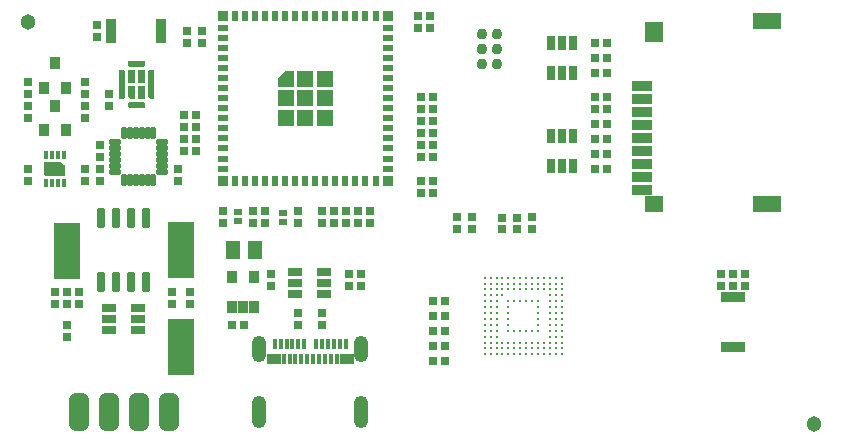
<source format=gts>
G04*
G04 #@! TF.GenerationSoftware,Altium Limited,Altium Designer,22.9.1 (49)*
G04*
G04 Layer_Color=8388736*
%FSLAX44Y44*%
%MOMM*%
G71*
G04*
G04 #@! TF.SameCoordinates,E336FFB1-1865-4BEF-82AD-0346AAED6B04*
G04*
G04*
G04 #@! TF.FilePolarity,Negative*
G04*
G01*
G75*
%ADD44R,2.2860X4.8260*%
%ADD45C,0.1880*%
%ADD46R,2.3500X1.3500*%
%ADD47R,1.6500X1.7500*%
%ADD48R,1.6500X1.3500*%
%ADD49R,1.7500X0.8500*%
%ADD50R,1.1500X0.8500*%
%ADD51R,0.4500X0.8500*%
%ADD52R,1.1500X1.5500*%
%ADD53R,0.9500X2.1500*%
%ADD54R,2.1500X0.9500*%
G04:AMPARAMS|DCode=55|XSize=1.65mm|YSize=3.15mm|CornerRadius=0.45mm|HoleSize=0mm|Usage=FLASHONLY|Rotation=180.000|XOffset=0mm|YOffset=0mm|HoleType=Round|Shape=RoundedRectangle|*
%AMROUNDEDRECTD55*
21,1,1.6500,2.2500,0,0,180.0*
21,1,0.7500,3.1500,0,0,180.0*
1,1,0.9000,-0.3750,1.1250*
1,1,0.9000,0.3750,1.1250*
1,1,0.9000,0.3750,-1.1250*
1,1,0.9000,-0.3750,-1.1250*
%
%ADD55ROUNDEDRECTD55*%
%ADD56C,0.9370*%
%ADD57R,0.8500X1.0500*%
%ADD58R,1.2500X0.7500*%
%ADD59R,0.7500X1.2500*%
%ADD60R,1.3500X1.3500*%
%ADD61R,0.9500X0.5500*%
%ADD62R,0.9500X0.5500*%
%ADD63R,0.5500X0.9500*%
%ADD64R,0.9500X0.9500*%
G04:AMPARAMS|DCode=65|XSize=1.7mm|YSize=0.75mm|CornerRadius=0.15mm|HoleSize=0mm|Usage=FLASHONLY|Rotation=270.000|XOffset=0mm|YOffset=0mm|HoleType=Round|Shape=RoundedRectangle|*
%AMROUNDEDRECTD65*
21,1,1.7000,0.4500,0,0,270.0*
21,1,1.4000,0.7500,0,0,270.0*
1,1,0.3000,-0.2250,-0.7000*
1,1,0.3000,-0.2250,0.7000*
1,1,0.3000,0.2250,0.7000*
1,1,0.3000,0.2250,-0.7000*
%
%ADD65ROUNDEDRECTD65*%
%ADD66R,0.7500X0.5500*%
G04:AMPARAMS|DCode=67|XSize=0.5mm|YSize=1mm|CornerRadius=0.1188mm|HoleSize=0mm|Usage=FLASHONLY|Rotation=90.000|XOffset=0mm|YOffset=0mm|HoleType=Round|Shape=RoundedRectangle|*
%AMROUNDEDRECTD67*
21,1,0.5000,0.7625,0,0,90.0*
21,1,0.2625,1.0000,0,0,90.0*
1,1,0.2375,0.3813,0.1313*
1,1,0.2375,0.3813,-0.1313*
1,1,0.2375,-0.3813,-0.1313*
1,1,0.2375,-0.3813,0.1313*
%
%ADD67ROUNDEDRECTD67*%
G04:AMPARAMS|DCode=68|XSize=0.5mm|YSize=1mm|CornerRadius=0.1188mm|HoleSize=0mm|Usage=FLASHONLY|Rotation=0.000|XOffset=0mm|YOffset=0mm|HoleType=Round|Shape=RoundedRectangle|*
%AMROUNDEDRECTD68*
21,1,0.5000,0.7625,0,0,0.0*
21,1,0.2625,1.0000,0,0,0.0*
1,1,0.2375,0.1313,-0.3813*
1,1,0.2375,-0.1313,-0.3813*
1,1,0.2375,-0.1313,0.3813*
1,1,0.2375,0.1313,0.3813*
%
%ADD68ROUNDEDRECTD68*%
%ADD69R,0.8400X1.1400*%
%ADD70R,0.9500X1.0500*%
%ADD71R,0.4000X0.7000*%
%ADD72R,0.7500X0.6500*%
%ADD73R,0.6500X0.7500*%
%ADD74R,0.6500X0.6500*%
%ADD75R,0.6500X0.6500*%
G04:AMPARAMS|DCode=76|XSize=1.25mm|YSize=2.25mm|CornerRadius=0.625mm|HoleSize=0mm|Usage=FLASHONLY|Rotation=0.000|XOffset=0mm|YOffset=0mm|HoleType=Round|Shape=RoundedRectangle|*
%AMROUNDEDRECTD76*
21,1,1.2500,1.0000,0,0,0.0*
21,1,0.0000,2.2500,0,0,0.0*
1,1,1.2500,0.0000,-0.5000*
1,1,1.2500,0.0000,-0.5000*
1,1,1.2500,0.0000,0.5000*
1,1,1.2500,0.0000,0.5000*
%
%ADD76ROUNDEDRECTD76*%
G04:AMPARAMS|DCode=77|XSize=1.25mm|YSize=2.75mm|CornerRadius=0.625mm|HoleSize=0mm|Usage=FLASHONLY|Rotation=0.000|XOffset=0mm|YOffset=0mm|HoleType=Round|Shape=RoundedRectangle|*
%AMROUNDEDRECTD77*
21,1,1.2500,1.5000,0,0,0.0*
21,1,0.0000,2.7500,0,0,0.0*
1,1,1.2500,0.0000,-0.7500*
1,1,1.2500,0.0000,-0.7500*
1,1,1.2500,0.0000,0.7500*
1,1,1.2500,0.0000,0.7500*
%
%ADD77ROUNDEDRECTD77*%
%ADD78C,1.3020*%
G36*
X118092Y293013D02*
X118105Y293014D01*
X118150Y293008D01*
X118197Y293005D01*
X118210Y293002D01*
X118222Y293000D01*
X118266Y292988D01*
X118312Y292977D01*
X118324Y292972D01*
X118336Y292969D01*
X118378Y292950D01*
X118421Y292932D01*
X118432Y292925D01*
X118443Y292920D01*
X118482Y292894D01*
X118521Y292870D01*
X118531Y292862D01*
X118542Y292855D01*
X118576Y292824D01*
X118611Y292794D01*
X119622Y291783D01*
X119699Y291693D01*
X119760Y291592D01*
X119774Y291560D01*
X119805Y291483D01*
X119833Y291369D01*
X119842Y291251D01*
Y288740D01*
X119833Y288622D01*
X119805Y288507D01*
X119760Y288398D01*
X119699Y288298D01*
X119622Y288208D01*
X119532Y288131D01*
X119432Y288070D01*
X119323Y288025D01*
X119208Y287997D01*
X119090Y287988D01*
X106090D01*
X105972Y287997D01*
X105857Y288025D01*
X105748Y288070D01*
X105648Y288131D01*
X105558Y288208D01*
X105481Y288298D01*
X105420Y288398D01*
X105374Y288507D01*
X105347Y288622D01*
X105338Y288740D01*
Y291257D01*
X105342Y291313D01*
X105346Y291369D01*
X105347Y291372D01*
X105347Y291375D01*
X105360Y291428D01*
X105373Y291484D01*
X105374Y291487D01*
X105374Y291490D01*
X105396Y291542D01*
X105417Y291593D01*
X105418Y291596D01*
X105420Y291599D01*
X105450Y291648D01*
X105478Y291695D01*
X105480Y291697D01*
X105481Y291700D01*
X105519Y291743D01*
X105554Y291785D01*
X106521Y292768D01*
X106523Y292770D01*
X106525Y292772D01*
X106568Y292808D01*
X106610Y292845D01*
X106613Y292847D01*
X106615Y292849D01*
X106664Y292879D01*
X106710Y292908D01*
X106713Y292909D01*
X106716Y292910D01*
X106767Y292932D01*
X106819Y292954D01*
X106822Y292954D01*
X106825Y292955D01*
X106877Y292968D01*
X106933Y292982D01*
X106937Y292982D01*
X106939Y292983D01*
X106995Y292987D01*
X107051Y292992D01*
X107054Y292992D01*
X107057Y292992D01*
X117908D01*
X117916Y292994D01*
X117961Y293005D01*
X117975Y293006D01*
X117987Y293008D01*
X118032Y293010D01*
X118079Y293014D01*
X118092Y293013D01*
D02*
G37*
G36*
X48313Y241968D02*
X48367Y241965D01*
X48372Y241964D01*
X48378Y241963D01*
X48428Y241951D01*
X48482Y241939D01*
X48487Y241937D01*
X48492Y241936D01*
X48542Y241915D01*
X48592Y241895D01*
X48596Y241893D01*
X48602Y241890D01*
X48648Y241862D01*
X48693Y241835D01*
X48698Y241831D01*
X48702Y241829D01*
X48743Y241793D01*
X48784Y241760D01*
X51392Y239226D01*
X51413Y239221D01*
X51522Y239176D01*
X51622Y239115D01*
X51712Y239038D01*
X51789Y238948D01*
X51850Y238848D01*
X51895Y238738D01*
X51923Y238624D01*
X51932Y238506D01*
Y231220D01*
X51923Y231102D01*
X51895Y230987D01*
X51850Y230878D01*
X51789Y230778D01*
X51712Y230688D01*
X51622Y230611D01*
X51522Y230550D01*
X51413Y230504D01*
X51298Y230477D01*
X51180Y230468D01*
X35180D01*
X35062Y230477D01*
X34948Y230504D01*
X34838Y230550D01*
X34738Y230611D01*
X34648Y230688D01*
X34571Y230778D01*
X34510Y230878D01*
X34464Y230987D01*
X34437Y231102D01*
X34428Y231220D01*
Y241220D01*
X34437Y241338D01*
X34464Y241453D01*
X34510Y241562D01*
X34571Y241662D01*
X34648Y241752D01*
X34738Y241829D01*
X34838Y241890D01*
X34948Y241936D01*
X35062Y241963D01*
X35180Y241972D01*
X48260D01*
X48313Y241968D01*
D02*
G37*
G36*
X159978Y191083D02*
X160093Y191056D01*
X160202Y191010D01*
X160302Y190949D01*
X160392Y190872D01*
X160469Y190782D01*
X160530Y190682D01*
X160576Y190572D01*
X160603Y190458D01*
X160612Y190340D01*
Y170340D01*
X160603Y170222D01*
X160576Y170107D01*
X160557Y170062D01*
X160530Y169998D01*
X160469Y169898D01*
X160392Y169808D01*
X160302Y169731D01*
X160202Y169670D01*
X160138Y169643D01*
X160093Y169625D01*
X159978Y169597D01*
X159860Y169588D01*
X159742Y169597D01*
X159628Y169625D01*
X159573Y169647D01*
X159518Y169670D01*
X159418Y169731D01*
X159328Y169808D01*
X149860Y179276D01*
X140392Y169808D01*
X140302Y169731D01*
X140202Y169670D01*
X140170Y169656D01*
X140092Y169625D01*
X139978Y169597D01*
X139860Y169588D01*
X139742Y169597D01*
X139628Y169625D01*
X139550Y169656D01*
X139518Y169670D01*
X139418Y169731D01*
X139328Y169808D01*
X139251Y169898D01*
X139190Y169998D01*
X139176Y170030D01*
X139144Y170107D01*
X139117Y170222D01*
X139108Y170340D01*
Y190340D01*
X139117Y190458D01*
X139144Y190572D01*
X139190Y190682D01*
X139251Y190782D01*
X139328Y190872D01*
X139418Y190949D01*
X139518Y191010D01*
X139628Y191056D01*
X139742Y191083D01*
X139860Y191092D01*
X159860D01*
X159978Y191083D01*
D02*
G37*
G36*
X63458Y189813D02*
X63573Y189785D01*
X63682Y189740D01*
X63782Y189679D01*
X63872Y189602D01*
X63949Y189512D01*
X64010Y189412D01*
X64056Y189303D01*
X64083Y189188D01*
X64092Y189070D01*
Y169070D01*
X64083Y168952D01*
X64056Y168838D01*
X64037Y168792D01*
X64010Y168728D01*
X63949Y168628D01*
X63872Y168538D01*
X63782Y168461D01*
X63682Y168400D01*
X63618Y168373D01*
X63573Y168354D01*
X63458Y168327D01*
X63340Y168318D01*
X63222Y168327D01*
X63108Y168354D01*
X63053Y168377D01*
X62998Y168400D01*
X62898Y168461D01*
X62808Y168538D01*
X53340Y178006D01*
X43872Y168538D01*
X43782Y168461D01*
X43682Y168400D01*
X43650Y168386D01*
X43573Y168354D01*
X43458Y168327D01*
X43340Y168318D01*
X43222Y168327D01*
X43108Y168354D01*
X43030Y168386D01*
X42998Y168400D01*
X42898Y168461D01*
X42808Y168538D01*
X42731Y168628D01*
X42670Y168728D01*
X42656Y168760D01*
X42625Y168838D01*
X42597Y168952D01*
X42588Y169070D01*
Y189070D01*
X42597Y189188D01*
X42625Y189303D01*
X42670Y189412D01*
X42731Y189512D01*
X42808Y189602D01*
X42898Y189679D01*
X42998Y189740D01*
X43108Y189785D01*
X43222Y189813D01*
X43340Y189822D01*
X63340D01*
X63458Y189813D01*
D02*
G37*
G36*
X149866Y176012D02*
X149872Y176012D01*
X149926Y176007D01*
X149978Y176003D01*
X149983Y176002D01*
X149989Y176001D01*
X150041Y175988D01*
X150092Y175975D01*
X150098Y175973D01*
X150104Y175972D01*
X150153Y175950D01*
X150202Y175930D01*
X150206Y175927D01*
X150212Y175925D01*
X150258Y175896D01*
X150302Y175869D01*
X150307Y175865D01*
X150312Y175862D01*
X150352Y175826D01*
X150392Y175792D01*
X150396Y175787D01*
X150400Y175784D01*
X160400Y165464D01*
X160434Y165423D01*
X160469Y165382D01*
X160472Y165377D01*
X160476Y165373D01*
X160502Y165328D01*
X160530Y165282D01*
X160533Y165276D01*
X160536Y165271D01*
X160555Y165221D01*
X160576Y165173D01*
X160577Y165167D01*
X160579Y165161D01*
X160591Y165108D01*
X160603Y165058D01*
X160604Y165052D01*
X160605Y165046D01*
X160608Y164992D01*
X160612Y164940D01*
Y144940D01*
X160603Y144822D01*
X160576Y144707D01*
X160530Y144598D01*
X160469Y144498D01*
X160392Y144408D01*
X160302Y144331D01*
X160202Y144270D01*
X160093Y144225D01*
X159978Y144197D01*
X159860Y144188D01*
X139860D01*
X139742Y144197D01*
X139628Y144225D01*
X139518Y144270D01*
X139418Y144331D01*
X139328Y144408D01*
X139251Y144498D01*
X139190Y144598D01*
X139144Y144707D01*
X139117Y144822D01*
X139108Y144940D01*
Y165260D01*
X139117Y165378D01*
X139144Y165492D01*
X139176Y165570D01*
X139190Y165602D01*
X139251Y165702D01*
X139328Y165792D01*
X149328Y175792D01*
X149333Y175796D01*
X149337Y175800D01*
X149377Y175834D01*
X149418Y175869D01*
X149423Y175872D01*
X149427Y175875D01*
X149473Y175902D01*
X149518Y175930D01*
X149524Y175933D01*
X149529Y175936D01*
X149578Y175955D01*
X149628Y175975D01*
X149633Y175977D01*
X149639Y175979D01*
X149691Y175991D01*
X149742Y176003D01*
X149748Y176003D01*
X149754Y176005D01*
X149808Y176008D01*
X149860Y176012D01*
X149866Y176012D01*
D02*
G37*
G36*
X53346Y174742D02*
X53352Y174742D01*
X53406Y174737D01*
X53458Y174733D01*
X53463Y174732D01*
X53469Y174731D01*
X53521Y174718D01*
X53573Y174706D01*
X53578Y174703D01*
X53584Y174702D01*
X53633Y174680D01*
X53682Y174660D01*
X53686Y174657D01*
X53692Y174655D01*
X53738Y174626D01*
X53782Y174599D01*
X53787Y174595D01*
X53792Y174592D01*
X53832Y174557D01*
X53872Y174522D01*
X53876Y174517D01*
X53880Y174513D01*
X63880Y164193D01*
X63914Y164153D01*
X63949Y164112D01*
X63952Y164107D01*
X63955Y164103D01*
X63982Y164058D01*
X64010Y164012D01*
X64013Y164006D01*
X64016Y164001D01*
X64035Y163951D01*
X64056Y163902D01*
X64057Y163897D01*
X64059Y163891D01*
X64071Y163838D01*
X64083Y163788D01*
X64083Y163782D01*
X64085Y163776D01*
X64088Y163722D01*
X64092Y163670D01*
Y143670D01*
X64083Y143552D01*
X64056Y143438D01*
X64010Y143328D01*
X63949Y143228D01*
X63872Y143138D01*
X63782Y143061D01*
X63682Y143000D01*
X63573Y142955D01*
X63458Y142927D01*
X63340Y142918D01*
X43340D01*
X43222Y142927D01*
X43108Y142955D01*
X42998Y143000D01*
X42898Y143061D01*
X42808Y143138D01*
X42731Y143228D01*
X42670Y143328D01*
X42625Y143438D01*
X42597Y143552D01*
X42588Y143670D01*
Y163990D01*
X42597Y164108D01*
X42625Y164223D01*
X42656Y164300D01*
X42670Y164331D01*
X42731Y164432D01*
X42808Y164522D01*
X52808Y174522D01*
X52813Y174526D01*
X52817Y174530D01*
X52857Y174564D01*
X52898Y174599D01*
X52903Y174602D01*
X52907Y174606D01*
X52953Y174632D01*
X52998Y174660D01*
X53004Y174663D01*
X53009Y174666D01*
X53058Y174685D01*
X53108Y174706D01*
X53113Y174707D01*
X53119Y174709D01*
X53171Y174721D01*
X53222Y174733D01*
X53228Y174734D01*
X53234Y174735D01*
X53288Y174738D01*
X53340Y174742D01*
X53346Y174742D01*
D02*
G37*
G36*
X159978Y108533D02*
X160093Y108505D01*
X160202Y108460D01*
X160302Y108399D01*
X160392Y108322D01*
X160469Y108232D01*
X160530Y108132D01*
X160576Y108022D01*
X160603Y107908D01*
X160612Y107790D01*
Y87790D01*
X160603Y87672D01*
X160576Y87557D01*
X160557Y87512D01*
X160530Y87448D01*
X160469Y87348D01*
X160392Y87258D01*
X160302Y87181D01*
X160202Y87120D01*
X160138Y87093D01*
X160093Y87074D01*
X159978Y87047D01*
X159860Y87038D01*
X159742Y87047D01*
X159628Y87074D01*
X159573Y87097D01*
X159518Y87120D01*
X159418Y87181D01*
X159328Y87258D01*
X149860Y96726D01*
X140392Y87258D01*
X140302Y87181D01*
X140202Y87120D01*
X140170Y87106D01*
X140092Y87074D01*
X139978Y87047D01*
X139860Y87038D01*
X139742Y87047D01*
X139628Y87074D01*
X139550Y87106D01*
X139518Y87120D01*
X139418Y87181D01*
X139328Y87258D01*
X139251Y87348D01*
X139190Y87448D01*
X139176Y87480D01*
X139144Y87557D01*
X139117Y87672D01*
X139108Y87790D01*
Y107790D01*
X139117Y107908D01*
X139144Y108022D01*
X139190Y108132D01*
X139251Y108232D01*
X139328Y108322D01*
X139418Y108399D01*
X139518Y108460D01*
X139628Y108505D01*
X139742Y108533D01*
X139860Y108542D01*
X159860D01*
X159978Y108533D01*
D02*
G37*
G36*
X149866Y93462D02*
X149872Y93462D01*
X149926Y93457D01*
X149978Y93453D01*
X149983Y93452D01*
X149989Y93451D01*
X150041Y93438D01*
X150092Y93426D01*
X150098Y93423D01*
X150104Y93422D01*
X150153Y93400D01*
X150202Y93380D01*
X150206Y93377D01*
X150212Y93375D01*
X150258Y93346D01*
X150302Y93319D01*
X150307Y93315D01*
X150312Y93312D01*
X150352Y93277D01*
X150392Y93242D01*
X150396Y93237D01*
X150400Y93233D01*
X160400Y82914D01*
X160434Y82873D01*
X160469Y82832D01*
X160472Y82827D01*
X160476Y82823D01*
X160502Y82778D01*
X160530Y82732D01*
X160533Y82726D01*
X160536Y82721D01*
X160555Y82671D01*
X160576Y82622D01*
X160577Y82617D01*
X160579Y82611D01*
X160591Y82558D01*
X160603Y82508D01*
X160604Y82502D01*
X160605Y82496D01*
X160608Y82442D01*
X160612Y82390D01*
Y62390D01*
X160603Y62272D01*
X160576Y62158D01*
X160530Y62048D01*
X160469Y61948D01*
X160392Y61858D01*
X160302Y61781D01*
X160202Y61720D01*
X160093Y61674D01*
X159978Y61647D01*
X159860Y61638D01*
X139860D01*
X139742Y61647D01*
X139628Y61674D01*
X139518Y61720D01*
X139418Y61781D01*
X139328Y61858D01*
X139251Y61948D01*
X139190Y62048D01*
X139144Y62158D01*
X139117Y62272D01*
X139108Y62390D01*
Y82710D01*
X139117Y82828D01*
X139144Y82942D01*
X139176Y83020D01*
X139190Y83052D01*
X139251Y83152D01*
X139328Y83242D01*
X149328Y93242D01*
X149333Y93246D01*
X149337Y93250D01*
X149377Y93284D01*
X149418Y93319D01*
X149423Y93322D01*
X149427Y93326D01*
X149473Y93352D01*
X149518Y93380D01*
X149524Y93383D01*
X149529Y93386D01*
X149578Y93405D01*
X149628Y93426D01*
X149633Y93427D01*
X149639Y93429D01*
X149691Y93441D01*
X149742Y93453D01*
X149748Y93454D01*
X149754Y93455D01*
X149808Y93458D01*
X149860Y93462D01*
X149866Y93462D01*
D02*
G37*
G36*
X119208Y327483D02*
X119323Y327455D01*
X119432Y327410D01*
X119532Y327349D01*
X119622Y327272D01*
X119699Y327182D01*
X119760Y327082D01*
X119805Y326973D01*
X119833Y326858D01*
X119842Y326740D01*
Y324229D01*
X119833Y324112D01*
X119805Y323997D01*
X119774Y323920D01*
X119760Y323888D01*
X119699Y323787D01*
X119622Y323697D01*
X118611Y322686D01*
X118576Y322656D01*
X118542Y322625D01*
X118531Y322618D01*
X118521Y322610D01*
X118482Y322585D01*
X118443Y322560D01*
X118432Y322555D01*
X118421Y322548D01*
X118378Y322530D01*
X118336Y322511D01*
X118324Y322508D01*
X118312Y322503D01*
X118266Y322492D01*
X118222Y322480D01*
X118210Y322478D01*
X118197Y322475D01*
X118150Y322472D01*
X118105Y322466D01*
X118092Y322467D01*
X118079Y322466D01*
X118032Y322470D01*
X117987Y322472D01*
X117975Y322474D01*
X117961Y322475D01*
X117916Y322486D01*
X117908Y322488D01*
X107057D01*
X107054Y322488D01*
X107051Y322488D01*
X106995Y322492D01*
X106939Y322497D01*
X106937Y322498D01*
X106933Y322498D01*
X106877Y322512D01*
X106825Y322524D01*
X106822Y322526D01*
X106819Y322526D01*
X106767Y322548D01*
X106716Y322570D01*
X106713Y322571D01*
X106710Y322572D01*
X106664Y322601D01*
X106615Y322631D01*
X106613Y322633D01*
X106610Y322635D01*
X106568Y322672D01*
X106525Y322708D01*
X106523Y322710D01*
X106521Y322712D01*
X105554Y323695D01*
X105519Y323737D01*
X105481Y323781D01*
X105480Y323783D01*
X105478Y323785D01*
X105450Y323832D01*
X105420Y323881D01*
X105418Y323884D01*
X105417Y323887D01*
X105396Y323938D01*
X105374Y323990D01*
X105374Y323993D01*
X105373Y323996D01*
X105360Y324052D01*
X105347Y324105D01*
X105347Y324108D01*
X105346Y324111D01*
X105342Y324166D01*
X105338Y324223D01*
Y326740D01*
X105347Y326858D01*
X105374Y326973D01*
X105420Y327082D01*
X105481Y327182D01*
X105558Y327272D01*
X105648Y327349D01*
X105748Y327410D01*
X105857Y327455D01*
X105972Y327483D01*
X106090Y327492D01*
X119090D01*
X119208Y327483D01*
D02*
G37*
G36*
Y319983D02*
X119323Y319956D01*
X119432Y319910D01*
X119532Y319849D01*
X119622Y319772D01*
X119699Y319682D01*
X119760Y319582D01*
X119805Y319473D01*
X119833Y319358D01*
X119842Y319240D01*
Y309740D01*
X119833Y309622D01*
X119805Y309508D01*
X119760Y309398D01*
X119699Y309298D01*
X119622Y309208D01*
X119532Y309131D01*
X119432Y309070D01*
X119323Y309025D01*
X119208Y308997D01*
X119090Y308988D01*
X114590D01*
X114472Y308997D01*
X114358Y309025D01*
X114248Y309070D01*
X114148Y309131D01*
X114058Y309208D01*
X113981Y309298D01*
X113920Y309398D01*
X113875Y309508D01*
X113847Y309622D01*
X113838Y309740D01*
Y319240D01*
X113847Y319358D01*
X113875Y319473D01*
X113920Y319582D01*
X113981Y319682D01*
X114058Y319772D01*
X114148Y319849D01*
X114248Y319910D01*
X114358Y319956D01*
X114472Y319983D01*
X114590Y319992D01*
X119090D01*
X119208Y319983D01*
D02*
G37*
G36*
X110708D02*
X110822Y319956D01*
X110932Y319910D01*
X111032Y319849D01*
X111122Y319772D01*
X111199Y319682D01*
X111260Y319582D01*
X111306Y319473D01*
X111333Y319358D01*
X111342Y319240D01*
Y309740D01*
X111333Y309622D01*
X111306Y309508D01*
X111260Y309398D01*
X111199Y309298D01*
X111122Y309208D01*
X111032Y309131D01*
X110932Y309070D01*
X110822Y309025D01*
X110708Y308997D01*
X110590Y308988D01*
X106090D01*
X105972Y308997D01*
X105857Y309025D01*
X105748Y309070D01*
X105648Y309131D01*
X105558Y309208D01*
X105481Y309298D01*
X105420Y309398D01*
X105374Y309508D01*
X105347Y309622D01*
X105338Y309740D01*
Y319240D01*
X105347Y319358D01*
X105374Y319473D01*
X105420Y319582D01*
X105481Y319682D01*
X105558Y319772D01*
X105648Y319849D01*
X105748Y319910D01*
X105857Y319956D01*
X105972Y319983D01*
X106090Y319992D01*
X110590D01*
X110708Y319983D01*
D02*
G37*
G36*
X244898Y319143D02*
X245012Y319116D01*
X245122Y319070D01*
X245222Y319009D01*
X245312Y318932D01*
X245389Y318842D01*
X245450Y318742D01*
X245495Y318633D01*
X245523Y318518D01*
X245532Y318400D01*
Y306400D01*
X245523Y306282D01*
X245495Y306168D01*
X245450Y306058D01*
X245389Y305958D01*
X245312Y305868D01*
X245222Y305791D01*
X245122Y305730D01*
X245012Y305685D01*
X244898Y305657D01*
X244780Y305648D01*
X232780D01*
X232662Y305657D01*
X232547Y305685D01*
X232438Y305730D01*
X232338Y305791D01*
X232248Y305868D01*
X232171Y305958D01*
X232110Y306058D01*
X232064Y306168D01*
X232037Y306282D01*
X232028Y306400D01*
Y312410D01*
X232037Y312528D01*
X232064Y312642D01*
X232096Y312720D01*
X232110Y312752D01*
X232171Y312852D01*
X232248Y312942D01*
X238238Y318932D01*
X238328Y319009D01*
X238428Y319070D01*
X238460Y319084D01*
X238538Y319116D01*
X238652Y319143D01*
X238770Y319152D01*
X244780D01*
X244898Y319143D01*
D02*
G37*
G36*
X126708Y319983D02*
X126823Y319956D01*
X126931Y319910D01*
X127032Y319849D01*
X127122Y319772D01*
X127199Y319682D01*
X127260Y319582D01*
X127305Y319473D01*
X127333Y319358D01*
X127342Y319240D01*
Y296240D01*
X127333Y296122D01*
X127305Y296007D01*
X127260Y295898D01*
X127199Y295798D01*
X127122Y295708D01*
X127032Y295631D01*
X126931Y295570D01*
X126823Y295525D01*
X126708Y295497D01*
X126590Y295488D01*
X124106D01*
X123988Y295497D01*
X123873Y295525D01*
X123796Y295556D01*
X123764Y295570D01*
X123664Y295631D01*
X123574Y295708D01*
X122638Y296644D01*
X122558Y296712D01*
X122481Y296802D01*
X122420Y296903D01*
X122374Y297012D01*
X122347Y297127D01*
X122338Y297244D01*
Y318206D01*
X122338Y318208D01*
X122338Y318210D01*
X122343Y318269D01*
X122347Y318324D01*
X122347Y318326D01*
X122347Y318327D01*
X122362Y318387D01*
X122374Y318439D01*
X122375Y318440D01*
X122375Y318442D01*
X122398Y318495D01*
X122420Y318548D01*
X122421Y318549D01*
X122421Y318551D01*
X122449Y318595D01*
X122481Y318648D01*
X122483Y318650D01*
X122483Y318651D01*
X122519Y318692D01*
X122558Y318738D01*
X122559Y318739D01*
X122560Y318741D01*
X123479Y319652D01*
X123498Y319682D01*
X123575Y319772D01*
X123664Y319849D01*
X123765Y319910D01*
X123874Y319956D01*
X123989Y319983D01*
X124107Y319992D01*
X126590D01*
X126708Y319983D01*
D02*
G37*
G36*
X119208Y306483D02*
X119323Y306455D01*
X119432Y306410D01*
X119532Y306349D01*
X119622Y306272D01*
X119699Y306182D01*
X119760Y306082D01*
X119805Y305972D01*
X119833Y305858D01*
X119842Y305740D01*
Y296240D01*
X119833Y296122D01*
X119805Y296007D01*
X119760Y295898D01*
X119699Y295798D01*
X119622Y295708D01*
X119532Y295631D01*
X119432Y295570D01*
X119323Y295525D01*
X119208Y295497D01*
X119090Y295488D01*
X114590D01*
X114472Y295497D01*
X114358Y295525D01*
X114248Y295570D01*
X114148Y295631D01*
X114058Y295708D01*
X113981Y295798D01*
X113920Y295898D01*
X113875Y296007D01*
X113847Y296122D01*
X113838Y296240D01*
Y305740D01*
X113847Y305858D01*
X113875Y305972D01*
X113920Y306082D01*
X113981Y306182D01*
X114058Y306272D01*
X114148Y306349D01*
X114248Y306410D01*
X114358Y306455D01*
X114472Y306483D01*
X114590Y306492D01*
X119090D01*
X119208Y306483D01*
D02*
G37*
G36*
X110708D02*
X110822Y306455D01*
X110932Y306410D01*
X111032Y306349D01*
X111122Y306272D01*
X111199Y306182D01*
X111260Y306082D01*
X111306Y305972D01*
X111333Y305858D01*
X111342Y305740D01*
Y296240D01*
X111333Y296122D01*
X111306Y296007D01*
X111260Y295898D01*
X111199Y295798D01*
X111122Y295708D01*
X111032Y295631D01*
X110932Y295570D01*
X110822Y295525D01*
X110708Y295497D01*
X110590Y295488D01*
X107510D01*
X107501Y295488D01*
X107492Y295488D01*
X107442Y295493D01*
X107392Y295497D01*
X107383Y295499D01*
X107374Y295500D01*
X107326Y295513D01*
X107277Y295525D01*
X107269Y295528D01*
X107260Y295530D01*
X107215Y295550D01*
X107168Y295570D01*
X107161Y295574D01*
X107152Y295578D01*
X107111Y295605D01*
X107068Y295631D01*
X107061Y295637D01*
X107053Y295642D01*
X107016Y295675D01*
X106978Y295708D01*
X106972Y295715D01*
X106965Y295721D01*
X105545Y297211D01*
X105514Y297249D01*
X105481Y297288D01*
X105477Y297296D01*
X105471Y297303D01*
X105446Y297345D01*
X105420Y297388D01*
X105416Y297397D01*
X105412Y297405D01*
X105394Y297451D01*
X105374Y297498D01*
X105372Y297506D01*
X105369Y297515D01*
X105358Y297564D01*
X105347Y297612D01*
X105346Y297621D01*
X105344Y297630D01*
X105342Y297680D01*
X105338Y297730D01*
Y305740D01*
X105347Y305858D01*
X105374Y305972D01*
X105420Y306082D01*
X105481Y306182D01*
X105558Y306272D01*
X105648Y306349D01*
X105748Y306410D01*
X105857Y306455D01*
X105972Y306483D01*
X106090Y306492D01*
X110590D01*
X110708Y306483D01*
D02*
G37*
G36*
X101191Y319983D02*
X101306Y319956D01*
X101415Y319910D01*
X101516Y319849D01*
X101605Y319772D01*
X101682Y319682D01*
X101701Y319652D01*
X102620Y318741D01*
X102621Y318739D01*
X102622Y318738D01*
X102661Y318692D01*
X102697Y318651D01*
X102697Y318650D01*
X102699Y318648D01*
X102731Y318595D01*
X102759Y318551D01*
X102759Y318549D01*
X102760Y318548D01*
X102782Y318495D01*
X102804Y318442D01*
X102805Y318440D01*
X102806Y318439D01*
X102818Y318387D01*
X102833Y318327D01*
X102833Y318326D01*
X102833Y318324D01*
X102837Y318269D01*
X102842Y318210D01*
X102842Y318208D01*
X102842Y318206D01*
Y297244D01*
X102833Y297127D01*
X102806Y297012D01*
X102760Y296903D01*
X102699Y296802D01*
X102622Y296712D01*
X102542Y296644D01*
X101606Y295708D01*
X101516Y295631D01*
X101416Y295570D01*
X101384Y295556D01*
X101307Y295525D01*
X101192Y295497D01*
X101074Y295488D01*
X98590D01*
X98472Y295497D01*
X98357Y295525D01*
X98248Y295570D01*
X98148Y295631D01*
X98058Y295708D01*
X97981Y295798D01*
X97920Y295898D01*
X97874Y296007D01*
X97847Y296122D01*
X97838Y296240D01*
Y319240D01*
X97847Y319358D01*
X97874Y319473D01*
X97920Y319582D01*
X97981Y319682D01*
X98058Y319772D01*
X98148Y319849D01*
X98248Y319910D01*
X98357Y319956D01*
X98472Y319983D01*
X98590Y319992D01*
X101073D01*
X101191Y319983D01*
D02*
G37*
D44*
X53340Y166370D02*
D03*
X149860Y85090D02*
D03*
Y167640D02*
D03*
D45*
X407280Y139060D02*
D03*
Y144060D02*
D03*
X412280Y139060D02*
D03*
Y144060D02*
D03*
X407280Y79060D02*
D03*
Y84060D02*
D03*
Y89060D02*
D03*
Y94060D02*
D03*
Y99060D02*
D03*
X412280Y79060D02*
D03*
Y84060D02*
D03*
Y89060D02*
D03*
Y94060D02*
D03*
Y99060D02*
D03*
Y104060D02*
D03*
X417280Y79060D02*
D03*
Y84060D02*
D03*
Y89060D02*
D03*
Y94060D02*
D03*
Y99060D02*
D03*
X422280Y79060D02*
D03*
Y84060D02*
D03*
Y89060D02*
D03*
X427280Y79060D02*
D03*
Y84060D02*
D03*
Y89060D02*
D03*
Y99060D02*
D03*
X432280Y79060D02*
D03*
Y84060D02*
D03*
Y89060D02*
D03*
Y99060D02*
D03*
X437280Y79060D02*
D03*
Y84060D02*
D03*
Y89060D02*
D03*
Y99060D02*
D03*
X442280D02*
D03*
X407280Y104060D02*
D03*
Y109060D02*
D03*
Y114060D02*
D03*
Y134060D02*
D03*
Y124060D02*
D03*
Y129060D02*
D03*
Y119060D02*
D03*
X412280Y129060D02*
D03*
Y109060D02*
D03*
Y119060D02*
D03*
Y134060D02*
D03*
Y114060D02*
D03*
X417280Y104060D02*
D03*
X427280D02*
D03*
X417280Y109060D02*
D03*
X427280D02*
D03*
X417280Y114060D02*
D03*
X427280D02*
D03*
X417280Y119060D02*
D03*
X427280D02*
D03*
X412280Y124060D02*
D03*
X417280D02*
D03*
X427280D02*
D03*
X432280D02*
D03*
X437280D02*
D03*
X417280Y134060D02*
D03*
Y129060D02*
D03*
X422280Y129060D02*
D03*
X432280Y134060D02*
D03*
X427280D02*
D03*
X442280D02*
D03*
X437280D02*
D03*
X422280D02*
D03*
X417280Y139060D02*
D03*
X422280D02*
D03*
X432280D02*
D03*
X427280D02*
D03*
X437280D02*
D03*
X417280Y144060D02*
D03*
X432280D02*
D03*
X427280D02*
D03*
X442280D02*
D03*
X422280D02*
D03*
X437280D02*
D03*
X442280Y84060D02*
D03*
Y89060D02*
D03*
Y79060D02*
D03*
X447280Y84060D02*
D03*
Y89060D02*
D03*
Y79060D02*
D03*
Y99060D02*
D03*
X452280Y84060D02*
D03*
Y89060D02*
D03*
Y79060D02*
D03*
Y99060D02*
D03*
Y104060D02*
D03*
X457280Y89060D02*
D03*
Y84060D02*
D03*
Y79060D02*
D03*
X462280Y84060D02*
D03*
Y94060D02*
D03*
Y89060D02*
D03*
Y79060D02*
D03*
Y99060D02*
D03*
Y104060D02*
D03*
X467280Y84060D02*
D03*
Y89060D02*
D03*
Y94060D02*
D03*
Y79060D02*
D03*
Y99060D02*
D03*
Y104060D02*
D03*
X472280Y84060D02*
D03*
Y79060D02*
D03*
Y89060D02*
D03*
Y94060D02*
D03*
Y99060D02*
D03*
X442280Y124060D02*
D03*
Y139060D02*
D03*
X447280Y124060D02*
D03*
Y134060D02*
D03*
Y139060D02*
D03*
Y144060D02*
D03*
X452280Y109060D02*
D03*
Y114060D02*
D03*
Y119060D02*
D03*
Y124060D02*
D03*
Y139060D02*
D03*
Y134060D02*
D03*
Y144060D02*
D03*
X457280Y139060D02*
D03*
Y134060D02*
D03*
Y144060D02*
D03*
X472280Y104060D02*
D03*
X462280Y109060D02*
D03*
X467280D02*
D03*
X472280D02*
D03*
X462280Y114060D02*
D03*
X467280D02*
D03*
X472280D02*
D03*
X462280Y119060D02*
D03*
X467280D02*
D03*
X472280D02*
D03*
X462280Y124060D02*
D03*
X467280D02*
D03*
X472280D02*
D03*
X462280Y129060D02*
D03*
X467280D02*
D03*
X472280D02*
D03*
X462280Y134060D02*
D03*
X467280D02*
D03*
X472280D02*
D03*
X462280Y139060D02*
D03*
X467280D02*
D03*
X472280D02*
D03*
X462280Y144060D02*
D03*
X467280D02*
D03*
X472280D02*
D03*
D46*
X646240Y361320D02*
D03*
Y206320D02*
D03*
D47*
X550240Y352320D02*
D03*
D48*
Y206320D02*
D03*
D49*
X540240Y229320D02*
D03*
Y240320D02*
D03*
Y251320D02*
D03*
Y262320D02*
D03*
Y273320D02*
D03*
Y284320D02*
D03*
Y295320D02*
D03*
Y306320D02*
D03*
Y218320D02*
D03*
D50*
X290480Y74840D02*
D03*
X228480D02*
D03*
D51*
X236980D02*
D03*
X241980D02*
D03*
X246980D02*
D03*
X251980D02*
D03*
X256980D02*
D03*
X261980D02*
D03*
X266980D02*
D03*
X271980D02*
D03*
X276980D02*
D03*
X281980D02*
D03*
X289480Y87840D02*
D03*
X284480D02*
D03*
X279480D02*
D03*
X274480D02*
D03*
X269480D02*
D03*
X264480D02*
D03*
X254480D02*
D03*
X249480D02*
D03*
X244480D02*
D03*
X239480D02*
D03*
X234480D02*
D03*
X229480D02*
D03*
D52*
X212700Y167640D02*
D03*
X193700D02*
D03*
D53*
X90760Y353060D02*
D03*
X132760D02*
D03*
D54*
X617220Y85680D02*
D03*
Y127680D02*
D03*
D55*
X63500Y30480D02*
D03*
X88900D02*
D03*
X114300D02*
D03*
X139700D02*
D03*
D56*
X405130Y337820D02*
D03*
Y350520D02*
D03*
Y325120D02*
D03*
X417830D02*
D03*
Y337820D02*
D03*
Y350520D02*
D03*
D57*
X43180Y325460D02*
D03*
X52680Y304460D02*
D03*
X33680D02*
D03*
D58*
X246580Y149200D02*
D03*
Y139700D02*
D03*
Y130200D02*
D03*
X271580Y149200D02*
D03*
Y139700D02*
D03*
Y130200D02*
D03*
X114100Y99720D02*
D03*
Y109220D02*
D03*
Y118720D02*
D03*
X89100Y99720D02*
D03*
Y109220D02*
D03*
Y118720D02*
D03*
D59*
X462940Y317700D02*
D03*
X472440D02*
D03*
X481940D02*
D03*
X462940Y342700D02*
D03*
X472440D02*
D03*
X481940D02*
D03*
X462940Y238960D02*
D03*
X472440D02*
D03*
X481940D02*
D03*
X462940Y263960D02*
D03*
X472440D02*
D03*
X481940D02*
D03*
D60*
X255280Y312400D02*
D03*
X238780Y295900D02*
D03*
Y279400D02*
D03*
X255280D02*
D03*
X271780D02*
D03*
Y295900D02*
D03*
Y312400D02*
D03*
X255280Y295900D02*
D03*
D61*
X325280Y304400D02*
D03*
Y261900D02*
D03*
Y287400D02*
D03*
Y236400D02*
D03*
Y244900D02*
D03*
Y253400D02*
D03*
Y270400D02*
D03*
Y278900D02*
D03*
Y295900D02*
D03*
Y312900D02*
D03*
Y321400D02*
D03*
Y329900D02*
D03*
Y338400D02*
D03*
Y346900D02*
D03*
Y355400D02*
D03*
D62*
X185280D02*
D03*
Y346900D02*
D03*
Y338400D02*
D03*
Y329900D02*
D03*
Y321400D02*
D03*
Y312900D02*
D03*
Y304400D02*
D03*
Y295900D02*
D03*
Y287400D02*
D03*
Y278900D02*
D03*
Y270400D02*
D03*
Y261900D02*
D03*
Y253400D02*
D03*
Y244900D02*
D03*
Y236400D02*
D03*
D63*
X195780Y225900D02*
D03*
X314780Y365900D02*
D03*
X306280D02*
D03*
X297780D02*
D03*
X289280D02*
D03*
X280780D02*
D03*
X272280D02*
D03*
X263780D02*
D03*
X255280D02*
D03*
X246780D02*
D03*
X238280D02*
D03*
X229780D02*
D03*
X221280D02*
D03*
X204280D02*
D03*
X195780D02*
D03*
X212780D02*
D03*
X204280Y225900D02*
D03*
X306280D02*
D03*
X314780D02*
D03*
X289280D02*
D03*
X297780D02*
D03*
X272280D02*
D03*
X255280D02*
D03*
X263780D02*
D03*
X238280D02*
D03*
X246780D02*
D03*
X221280D02*
D03*
X229780D02*
D03*
X212780D02*
D03*
X280780D02*
D03*
D64*
X185280Y365900D02*
D03*
Y225900D02*
D03*
X325280D02*
D03*
Y365900D02*
D03*
D65*
X82550Y140640D02*
D03*
X95250D02*
D03*
X107950D02*
D03*
X120650D02*
D03*
X82550Y194640D02*
D03*
X95250D02*
D03*
X107950D02*
D03*
X120650D02*
D03*
D66*
X198120Y191580D02*
D03*
Y199580D02*
D03*
X236220Y198818D02*
D03*
Y190818D02*
D03*
D67*
X134030Y258880D02*
D03*
Y253880D02*
D03*
Y248880D02*
D03*
Y243880D02*
D03*
Y238880D02*
D03*
Y233880D02*
D03*
X94550D02*
D03*
Y238880D02*
D03*
Y243880D02*
D03*
Y248880D02*
D03*
Y253880D02*
D03*
Y258880D02*
D03*
D68*
X126800Y226630D02*
D03*
X121800D02*
D03*
X116800D02*
D03*
X111800D02*
D03*
X106800D02*
D03*
X101800D02*
D03*
Y266130D02*
D03*
X106800D02*
D03*
X111800D02*
D03*
X116800D02*
D03*
X121800D02*
D03*
X126800D02*
D03*
D69*
X212040Y144780D02*
D03*
X193040D02*
D03*
X212040Y118880D02*
D03*
X202540D02*
D03*
X193040D02*
D03*
D70*
X52680Y269400D02*
D03*
X33680D02*
D03*
X43180Y289400D02*
D03*
D71*
X50680Y224470D02*
D03*
X45680D02*
D03*
X40680D02*
D03*
X35680D02*
D03*
Y247970D02*
D03*
X40680D02*
D03*
X45680D02*
D03*
X50680D02*
D03*
D72*
X360680Y355680D02*
D03*
Y365680D02*
D03*
X627380Y147240D02*
D03*
Y137240D02*
D03*
X617220Y137160D02*
D03*
Y147160D02*
D03*
X78740Y348060D02*
D03*
Y358060D02*
D03*
X185420Y200580D02*
D03*
Y190580D02*
D03*
X248920D02*
D03*
Y200580D02*
D03*
X20320Y299800D02*
D03*
Y309800D02*
D03*
Y289400D02*
D03*
Y279400D02*
D03*
X68580Y299800D02*
D03*
Y309800D02*
D03*
Y279560D02*
D03*
Y289560D02*
D03*
X302260Y147240D02*
D03*
Y137240D02*
D03*
X292100D02*
D03*
Y147240D02*
D03*
X210820Y190660D02*
D03*
Y200660D02*
D03*
X220980Y190580D02*
D03*
Y200580D02*
D03*
X269240Y114220D02*
D03*
Y104220D02*
D03*
X248920Y114300D02*
D03*
Y104300D02*
D03*
X383540Y185500D02*
D03*
Y195500D02*
D03*
X434660Y184860D02*
D03*
Y194860D02*
D03*
X421960Y184860D02*
D03*
Y194860D02*
D03*
X396240Y185500D02*
D03*
Y195500D02*
D03*
X53340Y131920D02*
D03*
Y121920D02*
D03*
X63500Y122000D02*
D03*
Y132000D02*
D03*
X43180Y122000D02*
D03*
Y132000D02*
D03*
X53340Y94060D02*
D03*
Y104060D02*
D03*
X157480Y132080D02*
D03*
Y122080D02*
D03*
X299720Y190580D02*
D03*
Y200580D02*
D03*
X309880Y190580D02*
D03*
Y200580D02*
D03*
X269240Y190580D02*
D03*
Y200580D02*
D03*
X279400Y190660D02*
D03*
Y200660D02*
D03*
X289560Y190580D02*
D03*
Y200580D02*
D03*
D73*
X162480Y281940D02*
D03*
X152480D02*
D03*
X162480Y271780D02*
D03*
X152480D02*
D03*
X162400Y261620D02*
D03*
X152400D02*
D03*
X162480Y251460D02*
D03*
X152480D02*
D03*
X510460Y342900D02*
D03*
X500460D02*
D03*
X510460Y330200D02*
D03*
X500460D02*
D03*
X510460Y317500D02*
D03*
X500460D02*
D03*
X510460Y274320D02*
D03*
X500460D02*
D03*
X510460Y261620D02*
D03*
X500460D02*
D03*
X510460Y248920D02*
D03*
X500460D02*
D03*
X510460Y236220D02*
D03*
X500460D02*
D03*
X363140Y297180D02*
D03*
X353140D02*
D03*
X363140Y287020D02*
D03*
X353140D02*
D03*
X363140Y276860D02*
D03*
X353140D02*
D03*
X363140Y266700D02*
D03*
X353140D02*
D03*
X363140Y256540D02*
D03*
X353140D02*
D03*
X363140Y246380D02*
D03*
X353140D02*
D03*
X363300Y111760D02*
D03*
X373300D02*
D03*
X363300Y86360D02*
D03*
X373300D02*
D03*
Y99060D02*
D03*
X363300D02*
D03*
X363060Y226060D02*
D03*
X353060D02*
D03*
X363140Y215900D02*
D03*
X353140D02*
D03*
D74*
X167640Y352980D02*
D03*
Y342980D02*
D03*
X350520Y355680D02*
D03*
Y365680D02*
D03*
X154940Y352980D02*
D03*
Y342980D02*
D03*
X607060Y147240D02*
D03*
Y137240D02*
D03*
X226060Y147240D02*
D03*
Y137240D02*
D03*
X447040Y185500D02*
D03*
Y195500D02*
D03*
X88900Y289640D02*
D03*
Y299640D02*
D03*
X147320Y226140D02*
D03*
Y236140D02*
D03*
X20320Y226140D02*
D03*
Y236140D02*
D03*
X81280Y246460D02*
D03*
Y256460D02*
D03*
Y226140D02*
D03*
Y236140D02*
D03*
X68580Y226140D02*
D03*
Y236140D02*
D03*
X142240Y122080D02*
D03*
Y132080D02*
D03*
D75*
X193120Y104140D02*
D03*
X203120D02*
D03*
X510460Y287020D02*
D03*
X500460D02*
D03*
X510460Y297180D02*
D03*
X500460D02*
D03*
X373300Y73660D02*
D03*
X363300D02*
D03*
X373300Y124460D02*
D03*
X363300D02*
D03*
D76*
X302680Y83740D02*
D03*
X216280D02*
D03*
D77*
X302680Y30140D02*
D03*
X216280D02*
D03*
D78*
X685800Y20320D02*
D03*
X20320Y360680D02*
D03*
M02*

</source>
